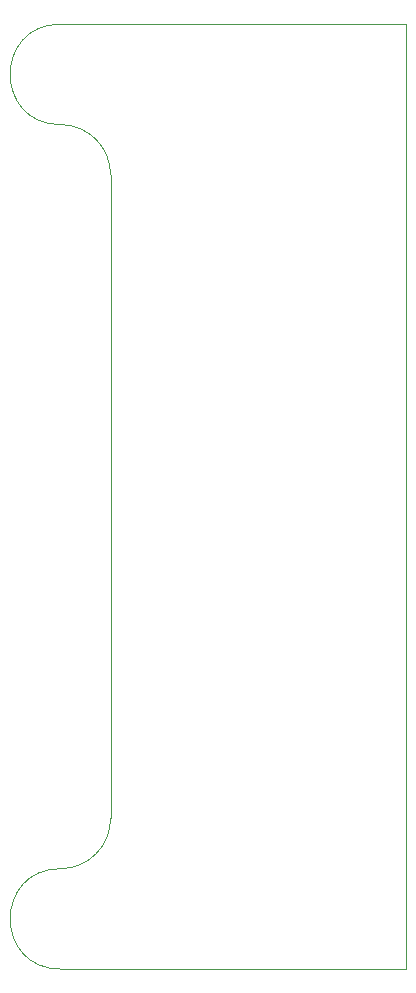
<source format=gbr>
%TF.GenerationSoftware,KiCad,Pcbnew,5.1.6*%
%TF.CreationDate,2020-05-18T18:09:20+02:00*%
%TF.ProjectId,solder-snorter,736f6c64-6572-42d7-936e-6f727465722e,rev?*%
%TF.SameCoordinates,Original*%
%TF.FileFunction,Profile,NP*%
%FSLAX46Y46*%
G04 Gerber Fmt 4.6, Leading zero omitted, Abs format (unit mm)*
G04 Created by KiCad (PCBNEW 5.1.6) date 2020-05-18 18:09:20*
%MOMM*%
%LPD*%
G01*
G04 APERTURE LIST*
%TA.AperFunction,Profile*%
%ADD10C,0.050000*%
%TD*%
G04 APERTURE END LIST*
D10*
X141500000Y-88250000D02*
X141500000Y-142750000D01*
X137250000Y-84000000D02*
G75*
G02*
X141500000Y-88250000I0J-4250000D01*
G01*
X137250000Y-84000000D02*
G75*
G02*
X137250000Y-75500000I0J4250000D01*
G01*
X141500000Y-142750000D02*
G75*
G02*
X137250000Y-147000000I-4250000J0D01*
G01*
X137250000Y-155500000D02*
G75*
G02*
X137250000Y-147000000I0J4250000D01*
G01*
X166500000Y-155500000D02*
X137250000Y-155500000D01*
X166500000Y-75500000D02*
X166500000Y-155500000D01*
X137250000Y-75500000D02*
X166500000Y-75500000D01*
M02*

</source>
